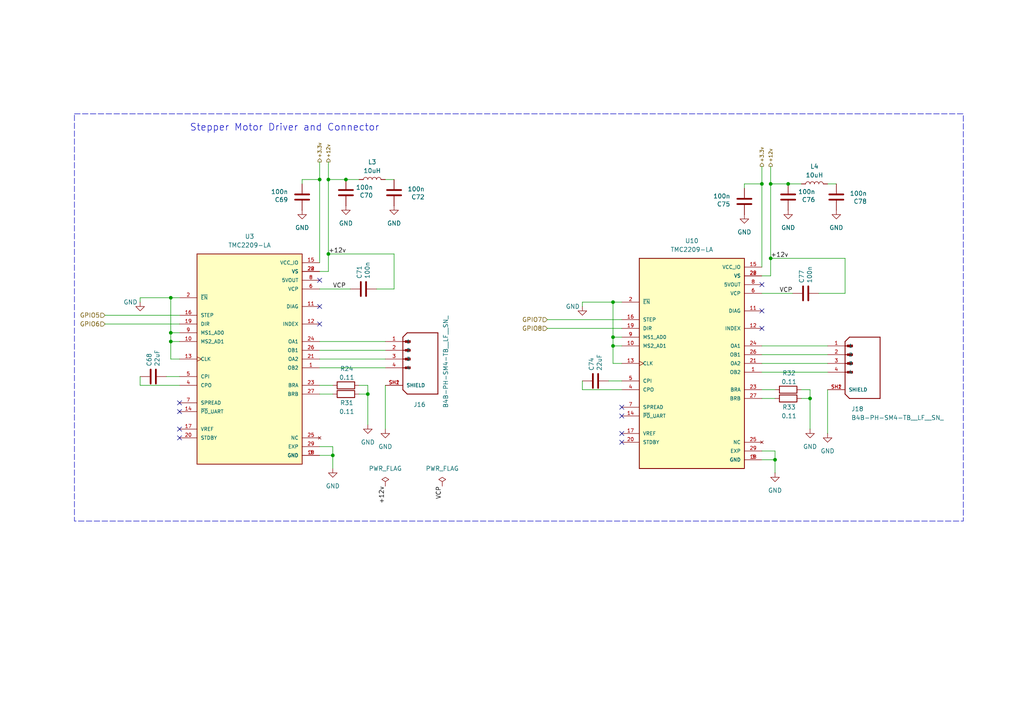
<source format=kicad_sch>
(kicad_sch (version 20250114) (generator "eeschema") (generator_version "9.0")
  (paper "A4")
  (title_block (title "Stepper Drivers"))
  (lib_symbols
    (symbol "B4B-PH-SM4-TB__LF__SN_:B4B-PH-SM4-TB__LF__SN_" (pin_names (offset 1.016))
      (property "Reference" "J" (at 0 8.89 0))
      (property "Value" "B4B-PH-SM4-TB__LF__SN_" (at 0 -12.7 0))
      (symbol "B4B-PH-SM4-TB__LF__SN__0_0"
        (polyline (pts (xy 0 6.35) (xy 0 -8.89)) (stroke (width 0.254)))
        (polyline (pts (xy 0 6.35) (xy 1.27 7.62)) (stroke (width 0.254)))
        (polyline (pts (xy 0 5.08) (xy 1.905 5.08)) (stroke (width 0.254)))
        (polyline (pts (xy 0 2.54) (xy 1.905 2.54)) (stroke (width 0.254)))
        (polyline (pts (xy 0 0) (xy 1.905 0)) (stroke (width 0.254)))
        (polyline (pts (xy 0 -2.54) (xy 1.905 -2.54)) (stroke (width 0.254)))
        (polyline (pts (xy 0 -8.89) (xy 1.27 -10.16)) (stroke (width 0.254)))
        (rectangle (start 0.635 4.7625) (end 2.2225 5.3975) (stroke (width 0.1)) (fill (type outline)))
        (rectangle (start 0.635 2.2225) (end 2.2225 2.8575) (stroke (width 0.1)) (fill (type outline)))
        (rectangle (start 0.635 -0.3175) (end 2.2225 0.3175) (stroke (width 0.1)) (fill (type outline)))
        (rectangle (start 0.635 -2.8575) (end 2.2225 -2.2225) (stroke (width 0.1)) (fill (type outline)))
        (polyline (pts (xy 1.27 -10.16) (xy 10.16 -10.16)) (stroke (width 0.254)))
        (polyline (pts (xy 10.16 7.62) (xy 1.27 7.62)) (stroke (width 0.254)))
        (polyline (pts (xy 10.16 -10.16) (xy 10.16 7.62)) (stroke (width 0.254)))
        (pin passive line (at -5.08 5.08 0) (length 5.08) (name "1") (number "1"))
        (pin passive line (at -5.08 2.54 0) (length 5.08) (name "2") (number "2"))
        (pin passive line (at -5.08 0 0) (length 5.08) (name "3") (number "3"))
        (pin passive line (at -5.08 -2.54 0) (length 5.08) (name "4") (number "4"))
        (pin passive line (at -5.08 -7.62 0) (length 5.08) (name "SHIELD") (number "SH1"))
        (pin passive line (at -5.08 -7.62 0) (length 5.08) (name "SHIELD") (number "SH2"))
      )
    )
    (symbol "Device:C" (pin_numbers (hide yes)) (pin_names (offset 0.254))
      (property "Reference" "C" (at 0.635 2.54 0))
      (property "Value" "C" (at 0.635 -2.54 0))
      (symbol "C_0_1"
        (polyline (pts (xy -2.032 0.762) (xy 2.032 0.762)) (stroke (width 0.508)))
        (polyline (pts (xy -2.032 -0.762) (xy 2.032 -0.762)) (stroke (width 0.508)))
      )
      (symbol "C_1_1"
        (pin passive line (at 0 3.81 270) (length 2.794) (name "~") (number "1"))
        (pin passive line (at 0 -3.81 90) (length 2.794) (name "~") (number "2"))
      )
    )
    (symbol "Device:L" (pin_numbers (hide yes)) (pin_names (offset 1.016) (hide yes))
      (property "Reference" "L" (at -1.27 0 90))
      (property "Value" "L" (at 1.905 0 90))
      (symbol "L_0_1"
        (arc (start 0 2.54) (mid 0.6323 1.905) (end 0 1.27))
        (arc (start 0 1.27) (mid 0.6323 0.635) (end 0 0))
        (arc (start 0 0) (mid 0.6323 -0.635) (end 0 -1.27))
        (arc (start 0 -1.27) (mid 0.6323 -1.905) (end 0 -2.54))
      )
      (symbol "L_1_1"
        (pin passive line (at 0 3.81 270) (length 1.27) (name "1") (number "1"))
        (pin passive line (at 0 -3.81 90) (length 1.27) (name "2") (number "2"))
      )
    )
    (symbol "Device:R" (pin_numbers (hide yes)) (pin_names (offset 0))
      (property "Reference" "R" (at 2.032 0 90))
      (property "Value" "R" (at 0 0 90))
      (symbol "R_0_1"
        (rectangle (start -1.016 -2.54) (end 1.016 2.54) (stroke (width 0.254)))
      )
      (symbol "R_1_1"
        (pin passive line (at 0 3.81 270) (length 1.27) (name "~") (number "1"))
        (pin passive line (at 0 -3.81 90) (length 1.27) (name "~") (number "2"))
      )
    )
    (symbol "TMC2209-LA:TMC2209-LA" (pin_names (offset 1.016))
      (property "Reference" "U" (at -15.24 30.48 0))
      (property "Value" "TMC2209-LA" (at -15.24 -33.02 0))
      (symbol "TMC2209-LA_0_0"
        (rectangle (start -15.24 -30.48) (end 15.24 30.48) (stroke (width 0.254)) (fill (type background)))
        (pin input line (at -20.32 17.78 0) (length 5.08) (name "~{EN}") (number "2"))
        (pin input line (at -20.32 12.7 0) (length 5.08) (name "STEP") (number "16"))
        (pin input line (at -20.32 10.16 0) (length 5.08) (name "DIR") (number "19"))
        (pin input line (at -20.32 7.62 0) (length 5.08) (name "MS1_AD0") (number "9"))
        (pin input line (at -20.32 5.08 0) (length 5.08) (name "MS2_AD1") (number "10"))
        (pin input clock (at -20.32 0 0) (length 5.08) (name "CLK") (number "13"))
        (pin input line (at -20.32 -5.08 0) (length 5.08) (name "CPI") (number "5"))
        (pin output line (at -20.32 -7.62 0) (length 5.08) (name "CPO") (number "4"))
        (pin input line (at -20.32 -12.7 0) (length 5.08) (name "SPREAD") (number "7"))
        (pin bidirectional line (at -20.32 -15.24 0) (length 5.08) (name "~{PD}_UART") (number "14"))
        (pin input line (at -20.32 -20.32 0) (length 5.08) (name "VREF") (number "17"))
        (pin input line (at -20.32 -22.86 0) (length 5.08) (name "STDBY") (number "20"))
        (pin power_in line (at 20.32 27.94 180) (length 5.08) (name "VCC_IO") (number "15"))
        (pin power_in line (at 20.32 25.4 180) (length 5.08) (name "VS") (number "22"))
        (pin power_in line (at 20.32 25.4 180) (length 5.08) (name "VS") (number "28"))
        (pin power_in line (at 20.32 22.86 180) (length 5.08) (name "5VOUT") (number "8"))
        (pin power_in line (at 20.32 20.32 180) (length 5.08) (name "VCP") (number "6"))
        (pin output line (at 20.32 15.24 180) (length 5.08) (name "DIAG") (number "11"))
        (pin output line (at 20.32 10.16 180) (length 5.08) (name "INDEX") (number "12"))
        (pin output line (at 20.32 5.08 180) (length 5.08) (name "OA1") (number "24"))
        (pin output line (at 20.32 2.54 180) (length 5.08) (name "OB1") (number "26"))
        (pin output line (at 20.32 0 180) (length 5.08) (name "OA2") (number "21"))
        (pin output line (at 20.32 -2.54 180) (length 5.08) (name "OB2") (number "1"))
        (pin bidirectional line (at 20.32 -7.62 180) (length 5.08) (name "BRA") (number "23"))
        (pin bidirectional line (at 20.32 -10.16 180) (length 5.08) (name "BRB") (number "27"))
        (pin no_connect line (at 20.32 -22.86 180) (length 5.08) (name "NC") (number "25"))
        (pin power_in line (at 20.32 -25.4 180) (length 5.08) (name "EXP") (number "29"))
        (pin power_in line (at 20.32 -27.94 180) (length 5.08) (name "GND") (number "18"))
        (pin power_in line (at 20.32 -27.94 180) (length 5.08) (name "GND") (number "3"))
      )
    )
    (symbol "power:GND" (power) (pin_numbers (hide yes)) (pin_names (offset 0) (hide yes))
      (property "Value" "GND" (at 0 -3.81 0))
      (symbol "GND_0_1"
        (polyline (pts (xy 0 0) (xy 0 -1.27) (xy 1.27 -1.27) (xy 0 -2.54) (xy -1.27 -1.27) (xy 0 -1.27)))
      )
      (symbol "GND_1_1"
        (pin power_in line (at 0 0 270) (length 0) (name "~") (number "1"))
      )
    )
    (symbol "power:PWR_FLAG" (power) (pin_numbers (hide yes)) (pin_names (offset 0) (hide yes))
      (property "Value" "PWR_FLAG" (at 0 3.81 0))
      (symbol "PWR_FLAG_0_0"
        (pin power_out line (at 0 0 90) (length 0) (name "~") (number "1"))
      )
      (symbol "PWR_FLAG_0_1"
        (polyline (pts (xy 0 0) (xy 0 1.27) (xy -1.016 1.905) (xy 0 2.54) (xy 1.016 1.905) (xy 0 1.27)))
      )
    )
  )
  (rectangle (start 21.59 33.02) (end 279.4 151.13) (stroke (width 0) (type dash)))
  (text "Stepper Motor Driver and Connector" (at 82.55 37.084 0) (effects (font (size 2 2))))
  (junction (at 220.98 53.34))
  (junction (at 177.8 97.79))
  (junction (at 100.33 52.07))
  (junction (at 223.52 74.93))
  (junction (at 92.71 52.07))
  (junction (at 95.25 73.66))
  (junction (at 49.53 96.52))
  (junction (at 96.52 132.08))
  (junction (at 234.95 115.57))
  (junction (at 177.8 87.63))
  (junction (at 49.53 99.06))
  (junction (at 106.68 114.3))
  (junction (at 177.8 100.33))
  (junction (at 228.6 53.34))
  (junction (at 223.52 53.34))
  (junction (at 95.25 52.07))
  (junction (at 49.53 86.36))
  (junction (at 224.79 133.35))
  (no_connect (at 220.98 90.17))
  (no_connect (at 180.34 118.11))
  (no_connect (at 92.71 81.28))
  (no_connect (at 220.98 82.55))
  (no_connect (at 92.71 93.98))
  (no_connect (at 180.34 128.27))
  (no_connect (at 180.34 120.65))
  (no_connect (at 52.07 124.46))
  (no_connect (at 52.07 127))
  (no_connect (at 52.07 116.84))
  (no_connect (at 180.34 125.73))
  (no_connect (at 52.07 119.38))
  (no_connect (at 220.98 95.25))
  (no_connect (at 92.71 88.9))
  (wire (pts (xy 92.71 111.76) (xy 96.52 111.76)))
  (wire (pts (xy 234.95 115.57) (xy 234.95 124.46)))
  (wire (pts (xy 40.64 86.36) (xy 40.64 87.63)))
  (wire (pts (xy 92.71 46.99) (xy 92.71 52.07)))
  (wire (pts (xy 177.8 100.33) (xy 180.34 100.33)))
  (wire (pts (xy 240.03 113.03) (xy 240.03 125.73)))
  (wire (pts (xy 220.98 133.35) (xy 224.79 133.35)))
  (wire (pts (xy 180.34 105.41) (xy 177.8 105.41)))
  (wire (pts (xy 220.98 53.34) (xy 220.98 77.47)))
  (wire (pts (xy 52.07 104.14) (xy 49.53 104.14)))
  (wire (pts (xy 92.71 106.68) (xy 111.76 106.68)))
  (wire (pts (xy 95.25 46.99) (xy 95.25 52.07)))
  (wire (pts (xy 220.98 115.57) (xy 224.79 115.57)))
  (wire (pts (xy 95.25 78.74) (xy 95.25 73.66)))
  (wire (pts (xy 30.48 91.44) (xy 52.07 91.44)))
  (wire (pts (xy 49.53 99.06) (xy 52.07 99.06)))
  (wire (pts (xy 220.98 80.01) (xy 223.52 80.01)))
  (wire (pts (xy 92.71 78.74) (xy 95.25 78.74)))
  (wire (pts (xy 176.53 110.49) (xy 180.34 110.49)))
  (wire (pts (xy 87.63 52.07) (xy 87.63 53.34)))
  (wire (pts (xy 220.98 85.09) (xy 229.87 85.09)))
  (wire (pts (xy 111.76 111.76) (xy 111.76 124.46)))
  (wire (pts (xy 92.71 52.07) (xy 87.63 52.07)))
  (wire (pts (xy 49.53 86.36) (xy 40.64 86.36)))
  (wire (pts (xy 223.52 74.93) (xy 223.52 53.34)))
  (wire (pts (xy 48.26 109.22) (xy 52.07 109.22)))
  (wire (pts (xy 228.6 53.34) (xy 232.41 53.34)))
  (wire (pts (xy 168.91 113.03) (xy 180.34 113.03)))
  (wire (pts (xy 96.52 129.54) (xy 96.52 132.08)))
  (wire (pts (xy 95.25 52.07) (xy 100.33 52.07)))
  (wire (pts (xy 223.52 48.26) (xy 223.52 53.34)))
  (wire (pts (xy 220.98 100.33) (xy 240.03 100.33)))
  (wire (pts (xy 224.79 130.81) (xy 224.79 133.35)))
  (wire (pts (xy 177.8 87.63) (xy 168.91 87.63)))
  (wire (pts (xy 111.76 52.07) (xy 114.3 52.07)))
  (wire (pts (xy 223.52 74.93) (xy 245.11 74.93)))
  (wire (pts (xy 92.71 129.54) (xy 96.52 129.54)))
  (wire (pts (xy 104.14 111.76) (xy 106.68 111.76)))
  (wire (pts (xy 96.52 132.08) (xy 96.52 135.89)))
  (wire (pts (xy 177.8 100.33) (xy 177.8 105.41)))
  (wire (pts (xy 232.41 113.03) (xy 234.95 113.03)))
  (wire (pts (xy 168.91 87.63) (xy 168.91 88.9)))
  (wire (pts (xy 109.22 83.82) (xy 114.3 83.82)))
  (wire (pts (xy 215.9 53.34) (xy 215.9 54.61)))
  (wire (pts (xy 106.68 114.3) (xy 104.14 114.3)))
  (wire (pts (xy 106.68 111.76) (xy 106.68 114.3)))
  (wire (pts (xy 220.98 113.03) (xy 224.79 113.03)))
  (wire (pts (xy 220.98 102.87) (xy 240.03 102.87)))
  (wire (pts (xy 177.8 87.63) (xy 177.8 97.79)))
  (wire (pts (xy 30.48 93.98) (xy 52.07 93.98)))
  (wire (pts (xy 114.3 73.66) (xy 114.3 83.82)))
  (wire (pts (xy 52.07 86.36) (xy 49.53 86.36)))
  (wire (pts (xy 92.71 114.3) (xy 96.52 114.3)))
  (wire (pts (xy 100.33 52.07) (xy 104.14 52.07)))
  (wire (pts (xy 49.53 96.52) (xy 49.53 99.06)))
  (wire (pts (xy 177.8 97.79) (xy 177.8 100.33)))
  (wire (pts (xy 234.95 113.03) (xy 234.95 115.57)))
  (wire (pts (xy 92.71 52.07) (xy 92.71 76.2)))
  (wire (pts (xy 106.68 114.3) (xy 106.68 123.19)))
  (wire (pts (xy 92.71 104.14) (xy 111.76 104.14)))
  (wire (pts (xy 180.34 87.63) (xy 177.8 87.63)))
  (wire (pts (xy 92.71 99.06) (xy 111.76 99.06)))
  (wire (pts (xy 95.25 73.66) (xy 95.25 52.07)))
  (wire (pts (xy 92.71 101.6) (xy 111.76 101.6)))
  (wire (pts (xy 49.53 86.36) (xy 49.53 96.52)))
  (wire (pts (xy 95.25 73.66) (xy 114.3 73.66)))
  (wire (pts (xy 223.52 53.34) (xy 228.6 53.34)))
  (wire (pts (xy 224.79 133.35) (xy 224.79 137.16)))
  (wire (pts (xy 49.53 99.06) (xy 49.53 104.14)))
  (wire (pts (xy 220.98 105.41) (xy 240.03 105.41)))
  (wire (pts (xy 177.8 97.79) (xy 180.34 97.79)))
  (wire (pts (xy 168.91 110.49) (xy 168.91 113.03)))
  (wire (pts (xy 240.03 53.34) (xy 242.57 53.34)))
  (wire (pts (xy 223.52 80.01) (xy 223.52 74.93)))
  (wire (pts (xy 220.98 48.26) (xy 220.98 53.34)))
  (wire (pts (xy 40.64 111.76) (xy 52.07 111.76)))
  (wire (pts (xy 234.95 115.57) (xy 232.41 115.57)))
  (wire (pts (xy 92.71 132.08) (xy 96.52 132.08)))
  (wire (pts (xy 49.53 96.52) (xy 52.07 96.52)))
  (wire (pts (xy 220.98 53.34) (xy 215.9 53.34)))
  (wire (pts (xy 158.75 92.71) (xy 180.34 92.71)))
  (wire (pts (xy 220.98 130.81) (xy 224.79 130.81)))
  (wire (pts (xy 40.64 109.22) (xy 40.64 111.76)))
  (wire (pts (xy 237.49 85.09) (xy 245.11 85.09)))
  (wire (pts (xy 245.11 74.93) (xy 245.11 85.09)))
  (wire (pts (xy 158.75 95.25) (xy 180.34 95.25)))
  (wire (pts (xy 220.98 107.95) (xy 240.03 107.95)))
  (wire (pts (xy 92.71 83.82) (xy 101.6 83.82)))
  (label "VCP" (at 128.27 140.97 270))
  (label "VCP" (at 226.06 85.09 0))
  (label "VCP" (at 96.52 83.82 0))
  (label "+12v" (at 223.52 74.93 0))
  (label "+12v" (at 111.76 140.97 270))
  (label "+12v" (at 95.25 73.66 0))
  (hierarchical_label "GPIO5" (shape input) (at 30.48 91.44 180))
  (hierarchical_label "+3.3v" (shape output) (at 92.71 46.99 90) (effects (font (size 1 1))))
  (hierarchical_label "+12v" (shape output) (at 95.25 46.99 90) (effects (font (size 1 1))))
  (hierarchical_label "GPIO6" (shape input) (at 30.48 93.98 180))
  (hierarchical_label "+3.3v" (shape output) (at 220.98 48.26 90) (effects (font (size 1 1))))
  (hierarchical_label "+12v" (shape output) (at 223.52 48.26 90) (effects (font (size 1 1))))
  (hierarchical_label "GPIO7" (shape input) (at 158.75 92.71 180))
  (hierarchical_label "GPIO8" (shape input) (at 158.75 95.25 180))
  (symbol (lib_id "power:GND") (at 242.57 60.96 0) (unit 1)
    (property "Reference" "#PWR071" (effects (hide yes)))
    (property "Value" "GND" (at 242.57 66.04 0))
    (property "Description" "Power symbol creates a global label with name \"GND\" , ground" (effects (hide yes)))
  )
  (symbol (lib_id "Device:C") (at 233.68 85.09 90) (unit 1)
    (property "Reference" "C77" (at 232.5116 82.169 0) (effects (justify left)))
    (property "Value" "100n" (at 234.823 82.169 0) (effects (justify left)))
    (property "Footprint" "Capacitor_SMD:C_0402_1005Metric" (effects (hide yes)))
    (property "Datasheet" "https://search.murata.co.jp/Ceramy/image/img/A01X/G101/ENG/GRM155R71C104KA88-01.pdf" (effects (hide yes)))
    (property "Field4" "Farnell" (effects (hide yes)))
    (property "Field5" "2611911" (effects (hide yes)))
    (property "Field6" "RM EMK105 B7104KV-F" (effects (hide yes)))
    (property "Field7" "TAIYO YUDEN EUROPE GMBH" (effects (hide yes)))
    (property "Part Description" "	0.1uF 10% 16V Ceramic Capacitor X7R 0402 (1005 Metric)" (effects (hide yes)))
    (property "Field8" "110091611" (effects (hide yes)))
  )
  (symbol (lib_id "power:GND") (at 87.63 60.96 0) (unit 1)
    (property "Reference" "#PWR058" (effects (hide yes)))
    (property "Value" "GND" (at 87.63 66.04 0))
    (property "Description" "Power symbol creates a global label with name \"GND\" , ground" (effects (hide yes)))
  )
  (symbol (lib_id "power:GND") (at 240.03 125.73 0) (unit 1)
    (property "Reference" "#PWR070" (effects (hide yes)))
    (property "Value" "GND" (at 240.03 130.81 0))
    (property "Description" "Power symbol creates a global label with name \"GND\" , ground" (effects (hide yes)))
  )
  (symbol (lib_id "Device:C") (at 105.41 83.82 90) (unit 1)
    (property "Reference" "C71" (at 104.2416 80.899 0) (effects (justify left)))
    (property "Value" "100n" (at 106.553 80.899 0) (effects (justify left)))
    (property "Footprint" "Capacitor_SMD:C_0402_1005Metric" (effects (hide yes)))
    (property "Datasheet" "https://search.murata.co.jp/Ceramy/image/img/A01X/G101/ENG/GRM155R71C104KA88-01.pdf" (effects (hide yes)))
    (property "Field4" "Farnell" (effects (hide yes)))
    (property "Field5" "2611911" (effects (hide yes)))
    (property "Field6" "RM EMK105 B7104KV-F" (effects (hide yes)))
    (property "Field7" "TAIYO YUDEN EUROPE GMBH" (effects (hide yes)))
    (property "Part Description" "	0.1uF 10% 16V Ceramic Capacitor X7R 0402 (1005 Metric)" (effects (hide yes)))
    (property "Field8" "110091611" (effects (hide yes)))
  )
  (symbol (lib_id "Device:L") (at 236.22 53.34 90) (unit 1)
    (property "Reference" "L4" (at 236.22 48.26 90))
    (property "Value" "10uH" (at 236.22 50.8 90))
    (property "Footprint" "Inductor_SMD:L_0201_0603Metric" (effects (hide yes)))
    (property "Description" "Inductor" (effects (hide yes)))
  )
  (symbol (lib_id "Device:L") (at 107.95 52.07 90) (unit 1)
    (property "Reference" "L3" (at 107.95 46.99 90))
    (property "Value" "10uH" (at 107.95 49.53 90))
    (property "Footprint" "Inductor_SMD:L_0201_0603Metric" (effects (hide yes)))
    (property "Description" "Inductor" (effects (hide yes)))
  )
  (symbol (lib_id "power:GND") (at 100.33 59.69 0) (unit 1)
    (property "Reference" "#PWR060" (effects (hide yes)))
    (property "Value" "GND" (at 100.33 64.77 0))
    (property "Description" "Power symbol creates a global label with name \"GND\" , ground" (effects (hide yes)))
  )
  (symbol (lib_id "Device:R") (at 100.33 114.3 90) (unit 1)
    (property "Reference" "R31" (at 100.584 116.84 90))
    (property "Value" "0.11" (at 100.584 119.38 90))
    (property "Footprint" "Resistor_SMD:R_0402_1005Metric" (effects (hide yes)))
    (property "Description" "Resistor" (effects (hide yes)))
  )
  (symbol (lib_id "Device:R") (at 228.6 113.03 270) (unit 1)
    (property "Reference" "R32" (at 228.854 108.204 90))
    (property "Value" "0.11" (at 228.854 110.744 90))
    (property "Footprint" "Resistor_SMD:R_0402_1005Metric" (effects (hide yes)))
    (property "Description" "Resistor" (effects (hide yes)))
  )
  (symbol (lib_id "power:PWR_FLAG") (at 128.27 140.97 0) (unit 1)
    (property "Reference" "#FLG03" (effects (hide yes)))
    (property "Value" "PWR_FLAG" (at 128.27 135.89 0))
    (property "Description" "Special symbol for telling ERC where power comes from" (effects (hide yes)))
  )
  (symbol (lib_id "power:GND") (at 96.52 135.89 0) (unit 1)
    (property "Reference" "#PWR059" (effects (hide yes)))
    (property "Value" "GND" (at 96.52 140.97 0))
    (property "Description" "Power symbol creates a global label with name \"GND\" , ground" (effects (hide yes)))
  )
  (symbol (lib_id "Device:C") (at 215.9 58.42 180) (unit 1)
    (property "Reference" "C75" (at 211.836 59.2074 0) (effects (justify left)))
    (property "Value" "100n" (at 211.836 56.896 0) (effects (justify left)))
    (property "Footprint" "Capacitor_SMD:C_0402_1005Metric" (effects (hide yes)))
    (property "Datasheet" "https://search.murata.co.jp/Ceramy/image/img/A01X/G101/ENG/GRM155R71C104KA88-01.pdf" (effects (hide yes)))
    (property "Field4" "Farnell" (effects (hide yes)))
    (property "Field5" "2611911" (effects (hide yes)))
    (property "Field6" "RM EMK105 B7104KV-F" (effects (hide yes)))
    (property "Field7" "TAIYO YUDEN EUROPE GMBH" (effects (hide yes)))
    (property "Part Description" "	0.1uF 10% 16V Ceramic Capacitor X7R 0402 (1005 Metric)" (effects (hide yes)))
    (property "Field8" "110091611" (effects (hide yes)))
  )
  (symbol (lib_id "Device:C") (at 172.72 110.49 90) (unit 1)
    (property "Reference" "C74" (at 171.5516 107.569 0) (effects (justify left)))
    (property "Value" "22uF" (at 173.863 107.569 0) (effects (justify left)))
    (property "Footprint" "Capacitor_SMD:C_0402_1005Metric" (effects (hide yes)))
    (property "Datasheet" "https://search.murata.co.jp/Ceramy/image/img/A01X/G101/ENG/GRM155R71C104KA88-01.pdf" (effects (hide yes)))
    (property "Field4" "Farnell" (effects (hide yes)))
    (property "Field5" "2611911" (effects (hide yes)))
    (property "Field6" "RM EMK105 B7104KV-F" (effects (hide yes)))
    (property "Field7" "TAIYO YUDEN EUROPE GMBH" (effects (hide yes)))
    (property "Part Description" "	0.1uF 10% 16V Ceramic Capacitor X7R 0402 (1005 Metric)" (effects (hide yes)))
    (property "Field8" "110091611" (effects (hide yes)))
  )
  (symbol (lib_id "Device:C") (at 44.45 109.22 90) (unit 1)
    (property "Reference" "C68" (at 43.2816 106.299 0) (effects (justify left)))
    (property "Value" "22uF" (at 45.593 106.299 0) (effects (justify left)))
    (property "Footprint" "Capacitor_SMD:C_0402_1005Metric" (effects (hide yes)))
    (property "Datasheet" "https://search.murata.co.jp/Ceramy/image/img/A01X/G101/ENG/GRM155R71C104KA88-01.pdf" (effects (hide yes)))
    (property "Field4" "Farnell" (effects (hide yes)))
    (property "Field5" "2611911" (effects (hide yes)))
    (property "Field6" "RM EMK105 B7104KV-F" (effects (hide yes)))
    (property "Field7" "TAIYO YUDEN EUROPE GMBH" (effects (hide yes)))
    (property "Part Description" "	0.1uF 10% 16V Ceramic Capacitor X7R 0402 (1005 Metric)" (effects (hide yes)))
    (property "Field8" "110091611" (effects (hide yes)))
  )
  (symbol (lib_id "B4B-PH-SM4-TB__LF__SN_:B4B-PH-SM4-TB__LF__SN_") (at 245.11 105.41 0) (unit 1)
    (property "Reference" "J18" (at 246.888 118.618 0) (effects (justify left)))
    (property "Value" "B4B-PH-SM4-TB__LF__SN_" (at 246.888 121.158 0) (effects (justify left)))
    (property "Footprint" "Connector_JST:JST_PH_B4B-PH-SM4-TB_1x04-1MP_P2.00mm_Vertical" (effects (hide yes)))
    (property "MF" "JST Sales" (effects (hide yes)))
    (property "MAXIMUM_PACKAGE_HEIGHT" "6.6mm" (effects (hide yes)))
    (property "Package" "NON STANDARD-4 JST" (effects (hide yes)))
    (property "Price" "None" (effects (hide yes)))
    (property "Check_prices" "https://www.snapeda.com/parts/B4B-PH-SM4-TB%20(LF)(SN)/JST/view-part/?ref=eda" (effects (hide yes)))
    (property "STANDARD" "Manufacturer Recommendations" (effects (hide yes)))
    (property "PARTREV" "N/A" (effects (hide yes)))
    (property "SnapEDA_Link" "https://www.snapeda.com/parts/B4B-PH-SM4-TB%20(LF)(SN)/JST/view-part/?ref=snap" (effects (hide yes)))
    (property "MP" "B4B-PH-SM4-TB (LF)(SN)" (effects (hide yes)))
    (property "Description_1" "Connector Header Surface Mount 4 position 0.079 (2.00mm)" (effects (hide yes)))
    (property "SNAPEDA_PN" "B4B-PH-SM4-TBT(LF)(SN)" (effects (hide yes)))
    (property "Availability" "In Stock" (effects (hide yes)))
    (property "MANUFACTURER" "JST" (effects (hide yes)))
  )
  (symbol (lib_id "power:GND") (at 111.76 124.46 0) (unit 1)
    (property "Reference" "#PWR062" (effects (hide yes)))
    (property "Value" "GND" (at 111.76 129.54 0))
    (property "Description" "Power symbol creates a global label with name \"GND\" , ground" (effects (hide yes)))
  )
  (symbol (lib_id "Device:R") (at 228.6 115.57 90) (unit 1)
    (property "Reference" "R33" (at 228.854 118.11 90))
    (property "Value" "0.11" (at 228.854 120.65 90))
    (property "Footprint" "Resistor_SMD:R_0402_1005Metric" (effects (hide yes)))
    (property "Description" "Resistor" (effects (hide yes)))
  )
  (symbol (lib_id "Device:C") (at 242.57 57.15 180) (unit 1)
    (property "Reference" "C78" (at 251.46 58.42 0) (effects (justify left)))
    (property "Value" "100n" (at 251.46 56.1086 0) (effects (justify left)))
    (property "Footprint" "Capacitor_SMD:C_0402_1005Metric" (effects (hide yes)))
    (property "Datasheet" "https://search.murata.co.jp/Ceramy/image/img/A01X/G101/ENG/GRM155R71C104KA88-01.pdf" (effects (hide yes)))
    (property "Field4" "Farnell" (effects (hide yes)))
    (property "Field5" "2611911" (effects (hide yes)))
    (property "Field6" "RM EMK105 B7104KV-F" (effects (hide yes)))
    (property "Field7" "TAIYO YUDEN EUROPE GMBH" (effects (hide yes)))
    (property "Part Description" "	0.1uF 10% 16V Ceramic Capacitor X7R 0402 (1005 Metric)" (effects (hide yes)))
    (property "Field8" "110091611" (effects (hide yes)))
  )
  (symbol (lib_id "power:GND") (at 215.9 62.23 0) (unit 1)
    (property "Reference" "#PWR066" (effects (hide yes)))
    (property "Value" "GND" (at 215.9 67.31 0))
    (property "Description" "Power symbol creates a global label with name \"GND\" , ground" (effects (hide yes)))
  )
  (symbol (lib_id "power:GND") (at 114.3 59.69 0) (unit 1)
    (property "Reference" "#PWR063" (effects (hide yes)))
    (property "Value" "GND" (at 114.3 64.77 0))
    (property "Description" "Power symbol creates a global label with name \"GND\" , ground" (effects (hide yes)))
  )
  (symbol (lib_id "TMC2209-LA:TMC2209-LA") (at 72.39 104.14 0) (unit 1)
    (property "Reference" "U3" (at 72.39 68.58 0))
    (property "Value" "TMC2209-LA" (at 72.39 71.12 0))
    (property "Footprint" "TMC2209-LA:QFN50P500X500X90-29N" (effects (hide yes)))
    (property "MF" "Trinamic" (effects (hide yes)))
    (property "MAXIMUM_PACKAGE_HEIGHT" "0.90mm" (effects (hide yes)))
    (property "Package" "VFQFN-28 Trinamic" (effects (hide yes)))
    (property "Price" "None" (effects (hide yes)))
    (property "Check_prices" "https://www.snapeda.com/parts/TMC2209-LA/Trinamic/view-part/?ref=eda" (effects (hide yes)))
    (property "STANDARD" "IPC-7351B" (effects (hide yes)))
    (property "PARTREV" "1.08" (effects (hide yes)))
    (property "SnapEDA_Link" "https://www.snapeda.com/parts/TMC2209-LA/Trinamic/view-part/?ref=snap" (effects (hide yes)))
    (property "MP" "TMC2209-LA" (effects (hide yes)))
    (property "Description_1" "Motor / Motion / Ignition Controllers & Drivers Silent stepper motor driver 5 to 36V, up to 1.4A with S/D and UART Interface, 256  Steps, SpreadCycle and Stealthchop2" (effects (hide yes)))
    (property "MANUFACTURER" "Trinamic" (effects (hide yes)))
    (property "Availability" "In Stock" (effects (hide yes)))
    (property "SNAPEDA_PN" "TMC2209-LA" (effects (hide yes)))
  )
  (symbol (lib_id "Device:C") (at 87.63 57.15 180) (unit 1)
    (property "Reference" "C69" (at 83.566 57.9374 0) (effects (justify left)))
    (property "Value" "100n" (at 83.566 55.626 0) (effects (justify left)))
    (property "Footprint" "Capacitor_SMD:C_0402_1005Metric" (effects (hide yes)))
    (property "Datasheet" "https://search.murata.co.jp/Ceramy/image/img/A01X/G101/ENG/GRM155R71C104KA88-01.pdf" (effects (hide yes)))
    (property "Field4" "Farnell" (effects (hide yes)))
    (property "Field5" "2611911" (effects (hide yes)))
    (property "Field6" "RM EMK105 B7104KV-F" (effects (hide yes)))
    (property "Field7" "TAIYO YUDEN EUROPE GMBH" (effects (hide yes)))
    (property "Part Description" "	0.1uF 10% 16V Ceramic Capacitor X7R 0402 (1005 Metric)" (effects (hide yes)))
    (property "Field8" "110091611" (effects (hide yes)))
  )
  (symbol (lib_id "TMC2209-LA:TMC2209-LA") (at 200.66 105.41 0) (unit 1)
    (property "Reference" "U10" (at 200.66 69.85 0))
    (property "Value" "TMC2209-LA" (at 200.66 72.39 0))
    (property "Footprint" "TMC2209-LA:QFN50P500X500X90-29N" (effects (hide yes)))
    (property "MF" "Trinamic" (effects (hide yes)))
    (property "MAXIMUM_PACKAGE_HEIGHT" "0.90mm" (effects (hide yes)))
    (property "Package" "VFQFN-28 Trinamic" (effects (hide yes)))
    (property "Price" "None" (effects (hide yes)))
    (property "Check_prices" "https://www.snapeda.com/parts/TMC2209-LA/Trinamic/view-part/?ref=eda" (effects (hide yes)))
    (property "STANDARD" "IPC-7351B" (effects (hide yes)))
    (property "PARTREV" "1.08" (effects (hide yes)))
    (property "SnapEDA_Link" "https://www.snapeda.com/parts/TMC2209-LA/Trinamic/view-part/?ref=snap" (effects (hide yes)))
    (property "MP" "TMC2209-LA" (effects (hide yes)))
    (property "Description_1" "Motor / Motion / Ignition Controllers & Drivers Silent stepper motor driver 5 to 36V, up to 1.4A with S/D and UART Interface, 256  Steps, SpreadCycle and Stealthchop2" (effects (hide yes)))
    (property "MANUFACTURER" "Trinamic" (effects (hide yes)))
    (property "Availability" "In Stock" (effects (hide yes)))
    (property "SNAPEDA_PN" "TMC2209-LA" (effects (hide yes)))
  )
  (symbol (lib_id "power:GND") (at 40.64 87.63 0) (unit 1)
    (property "Reference" "#PWR057" (effects (hide yes)))
    (property "Value" "GND" (at 37.846 87.63 0))
    (property "Description" "Power symbol creates a global label with name \"GND\" , ground" (effects (hide yes)))
  )
  (symbol (lib_id "power:GND") (at 228.6 60.96 0) (unit 1)
    (property "Reference" "#PWR068" (effects (hide yes)))
    (property "Value" "GND" (at 228.6 66.04 0))
    (property "Description" "Power symbol creates a global label with name \"GND\" , ground" (effects (hide yes)))
  )
  (symbol (lib_id "Device:C") (at 228.6 57.15 180) (unit 1)
    (property "Reference" "C76" (at 236.474 57.9374 0) (effects (justify left)))
    (property "Value" "100n" (at 236.474 55.626 0) (effects (justify left)))
    (property "Footprint" "Capacitor_SMD:C_0402_1005Metric" (effects (hide yes)))
    (property "Datasheet" "https://search.murata.co.jp/Ceramy/image/img/A01X/G101/ENG/GRM155R71C104KA88-01.pdf" (effects (hide yes)))
    (property "Field4" "Farnell" (effects (hide yes)))
    (property "Field5" "2611911" (effects (hide yes)))
    (property "Field6" "RM EMK105 B7104KV-F" (effects (hide yes)))
    (property "Field7" "TAIYO YUDEN EUROPE GMBH" (effects (hide yes)))
    (property "Part Description" "	0.1uF 10% 16V Ceramic Capacitor X7R 0402 (1005 Metric)" (effects (hide yes)))
    (property "Field8" "110091611" (effects (hide yes)))
  )
  (symbol (lib_id "power:GND") (at 234.95 124.46 0) (unit 1)
    (property "Reference" "#PWR069" (effects (hide yes)))
    (property "Value" "GND" (at 234.95 129.54 0))
    (property "Description" "Power symbol creates a global label with name \"GND\" , ground" (effects (hide yes)))
  )
  (symbol (lib_id "B4B-PH-SM4-TB__LF__SN_:B4B-PH-SM4-TB__LF__SN_") (at 116.84 104.14 0) (unit 1)
    (property "Reference" "J16" (at 119.888 117.348 0) (effects (justify left)))
    (property "Value" "B4B-PH-SM4-TB__LF__SN_" (at 129.286 118.364 90) (effects (justify left)))
    (property "Footprint" "Connector_JST:JST_PH_B4B-PH-SM4-TB_1x04-1MP_P2.00mm_Vertical" (effects (hide yes)))
    (property "MF" "JST Sales" (effects (hide yes)))
    (property "MAXIMUM_PACKAGE_HEIGHT" "6.6mm" (effects (hide yes)))
    (property "Package" "NON STANDARD-4 JST" (effects (hide yes)))
    (property "Price" "None" (effects (hide yes)))
    (property "Check_prices" "https://www.snapeda.com/parts/B4B-PH-SM4-TB%20(LF)(SN)/JST/view-part/?ref=eda" (effects (hide yes)))
    (property "STANDARD" "Manufacturer Recommendations" (effects (hide yes)))
    (property "PARTREV" "N/A" (effects (hide yes)))
    (property "SnapEDA_Link" "https://www.snapeda.com/parts/B4B-PH-SM4-TB%20(LF)(SN)/JST/view-part/?ref=snap" (effects (hide yes)))
    (property "MP" "B4B-PH-SM4-TB (LF)(SN)" (effects (hide yes)))
    (property "Description_1" "Connector Header Surface Mount 4 position 0.079 (2.00mm)" (effects (hide yes)))
    (property "SNAPEDA_PN" "B4B-PH-SM4-TBT(LF)(SN)" (effects (hide yes)))
    (property "Availability" "In Stock" (effects (hide yes)))
    (property "MANUFACTURER" "JST" (effects (hide yes)))
  )
  (symbol (lib_id "power:GND") (at 168.91 88.9 0) (unit 1)
    (property "Reference" "#PWR065" (effects (hide yes)))
    (property "Value" "GND" (at 166.116 88.9 0))
    (property "Description" "Power symbol creates a global label with name \"GND\" , ground" (effects (hide yes)))
  )
  (symbol (lib_id "Device:C") (at 100.33 55.88 180) (unit 1)
    (property "Reference" "C70" (at 108.204 56.6674 0) (effects (justify left)))
    (property "Value" "100n" (at 108.204 54.356 0) (effects (justify left)))
    (property "Footprint" "Capacitor_SMD:C_0402_1005Metric" (effects (hide yes)))
    (property "Datasheet" "https://search.murata.co.jp/Ceramy/image/img/A01X/G101/ENG/GRM155R71C104KA88-01.pdf" (effects (hide yes)))
    (property "Field4" "Farnell" (effects (hide yes)))
    (property "Field5" "2611911" (effects (hide yes)))
    (property "Field6" "RM EMK105 B7104KV-F" (effects (hide yes)))
    (property "Field7" "TAIYO YUDEN EUROPE GMBH" (effects (hide yes)))
    (property "Part Description" "	0.1uF 10% 16V Ceramic Capacitor X7R 0402 (1005 Metric)" (effects (hide yes)))
    (property "Field8" "110091611" (effects (hide yes)))
  )
  (symbol (lib_id "Device:C") (at 114.3 55.88 180) (unit 1)
    (property "Reference" "C72" (at 123.19 57.15 0) (effects (justify left)))
    (property "Value" "100n" (at 123.19 54.8386 0) (effects (justify left)))
    (property "Footprint" "Capacitor_SMD:C_0402_1005Metric" (effects (hide yes)))
    (property "Datasheet" "https://search.murata.co.jp/Ceramy/image/img/A01X/G101/ENG/GRM155R71C104KA88-01.pdf" (effects (hide yes)))
    (property "Field4" "Farnell" (effects (hide yes)))
    (property "Field5" "2611911" (effects (hide yes)))
    (property "Field6" "RM EMK105 B7104KV-F" (effects (hide yes)))
    (property "Field7" "TAIYO YUDEN EUROPE GMBH" (effects (hide yes)))
    (property "Part Description" "	0.1uF 10% 16V Ceramic Capacitor X7R 0402 (1005 Metric)" (effects (hide yes)))
    (property "Field8" "110091611" (effects (hide yes)))
  )
  (symbol (lib_id "power:PWR_FLAG") (at 111.76 140.97 0) (unit 1)
    (property "Reference" "#FLG02" (effects (hide yes)))
    (property "Value" "PWR_FLAG" (at 111.76 135.89 0))
    (property "Description" "Special symbol for telling ERC where power comes from" (effects (hide yes)))
  )
  (symbol (lib_id "Device:R") (at 100.33 111.76 270) (unit 1)
    (property "Reference" "R24" (at 100.584 106.934 90))
    (property "Value" "0.11" (at 100.584 109.474 90))
    (property "Footprint" "Resistor_SMD:R_0402_1005Metric" (effects (hide yes)))
    (property "Description" "Resistor" (effects (hide yes)))
  )
  (symbol (lib_id "power:GND") (at 106.68 123.19 0) (unit 1)
    (property "Reference" "#PWR061" (effects (hide yes)))
    (property "Value" "GND" (at 106.68 128.27 0))
    (property "Description" "Power symbol creates a global label with name \"GND\" , ground" (effects (hide yes)))
  )
  (symbol (lib_id "power:GND") (at 224.79 137.16 0) (unit 1)
    (property "Reference" "#PWR067" (effects (hide yes)))
    (property "Value" "GND" (at 224.79 142.24 0))
    (property "Description" "Power symbol creates a global label with name \"GND\" , ground" (effects (hide yes)))
  )
)
</source>
